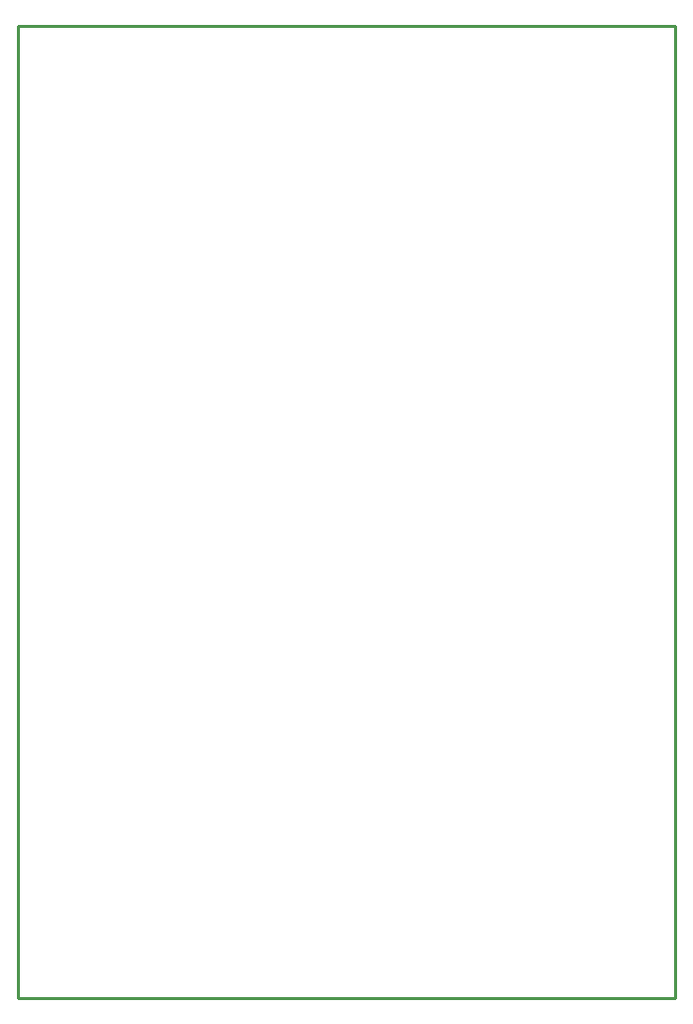
<source format=gbr>
G04 EAGLE Gerber X2 export*
%TF.Part,Single*%
%TF.FileFunction,Profile,NP*%
%TF.FilePolarity,Positive*%
%TF.GenerationSoftware,Autodesk,EAGLE,8.7.0*%
%TF.CreationDate,2018-06-06T15:16:06Z*%
G75*
%MOMM*%
%FSLAX34Y34*%
%LPD*%
%AMOC8*
5,1,8,0,0,1.08239X$1,22.5*%
G01*
%ADD10C,0.254000*%


D10*
X0Y0D02*
X558800Y0D01*
X558800Y825500D01*
X0Y825500D01*
X0Y0D01*
M02*

</source>
